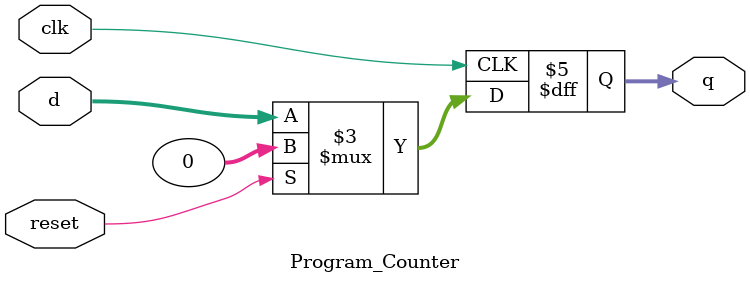
<source format=v>
module Program_Counter(
    input wire clk, reset,
    input wire [31:0] d,
    output reg [31:0] q
);
    always @(posedge clk) begin
        if (reset)
            q <= 32'b0;
        else
            q <= d;
    end
endmodule
</source>
